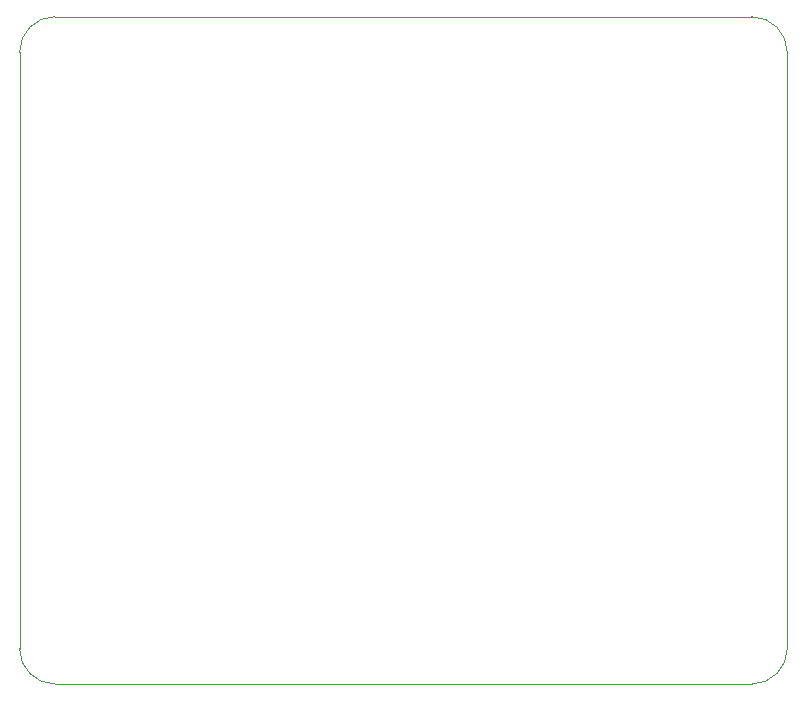
<source format=gbr>
G04 #@! TF.GenerationSoftware,KiCad,Pcbnew,8.0.1*
G04 #@! TF.CreationDate,2025-07-27T10:09:24+02:00*
G04 #@! TF.ProjectId,SVXLink_PiHat_v2,5356584c-696e-46b5-9f50-694861745f76,rev?*
G04 #@! TF.SameCoordinates,Original*
G04 #@! TF.FileFunction,Profile,NP*
%FSLAX46Y46*%
G04 Gerber Fmt 4.6, Leading zero omitted, Abs format (unit mm)*
G04 Created by KiCad (PCBNEW 8.0.1) date 2025-07-27 10:09:24*
%MOMM*%
%LPD*%
G01*
G04 APERTURE LIST*
G04 #@! TA.AperFunction,Profile*
%ADD10C,0.050000*%
G04 #@! TD*
G04 APERTURE END LIST*
D10*
X81000000Y-112000000D02*
X139000000Y-112000000D01*
X81000000Y-55500000D02*
X139000000Y-55500000D01*
X139000000Y-55500000D02*
G75*
G02*
X142000000Y-58500000I0J-3000000D01*
G01*
X77000000Y-58500000D02*
G75*
G02*
X80000000Y-55500000I3000000J0D01*
G01*
X77000000Y-74500000D02*
X77000000Y-58500000D01*
X77000000Y-109000000D02*
X77000000Y-74500000D01*
X142000000Y-109000000D02*
X142000000Y-58500000D01*
X80000000Y-112000000D02*
X81000000Y-112000000D01*
X80000000Y-55500000D02*
X81000000Y-55500000D01*
X80000000Y-112000000D02*
G75*
G02*
X77000000Y-109000000I0J3000000D01*
G01*
X142000000Y-109000000D02*
G75*
G02*
X139000000Y-112000000I-3000000J0D01*
G01*
M02*

</source>
